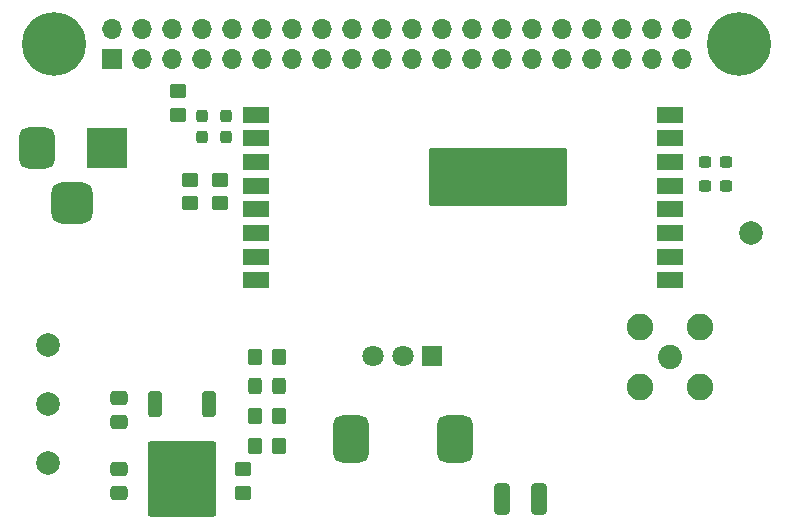
<source format=gts>
G04 #@! TF.GenerationSoftware,KiCad,Pcbnew,7.0.1*
G04 #@! TF.CreationDate,2023-11-13T16:16:05-05:00*
G04 #@! TF.ProjectId,Radio HAT,52616469-6f20-4484-9154-2e6b69636164,v1.1*
G04 #@! TF.SameCoordinates,Original*
G04 #@! TF.FileFunction,Soldermask,Top*
G04 #@! TF.FilePolarity,Negative*
%FSLAX46Y46*%
G04 Gerber Fmt 4.6, Leading zero omitted, Abs format (unit mm)*
G04 Created by KiCad (PCBNEW 7.0.1) date 2023-11-13 16:16:05*
%MOMM*%
%LPD*%
G01*
G04 APERTURE LIST*
G04 Aperture macros list*
%AMRoundRect*
0 Rectangle with rounded corners*
0 $1 Rounding radius*
0 $2 $3 $4 $5 $6 $7 $8 $9 X,Y pos of 4 corners*
0 Add a 4 corners polygon primitive as box body*
4,1,4,$2,$3,$4,$5,$6,$7,$8,$9,$2,$3,0*
0 Add four circle primitives for the rounded corners*
1,1,$1+$1,$2,$3*
1,1,$1+$1,$4,$5*
1,1,$1+$1,$6,$7*
1,1,$1+$1,$8,$9*
0 Add four rect primitives between the rounded corners*
20,1,$1+$1,$2,$3,$4,$5,0*
20,1,$1+$1,$4,$5,$6,$7,0*
20,1,$1+$1,$6,$7,$8,$9,0*
20,1,$1+$1,$8,$9,$2,$3,0*%
G04 Aperture macros list end*
%ADD10RoundRect,0.250000X0.350000X0.450000X-0.350000X0.450000X-0.350000X-0.450000X0.350000X-0.450000X0*%
%ADD11RoundRect,0.250000X-0.400000X-1.075000X0.400000X-1.075000X0.400000X1.075000X-0.400000X1.075000X0*%
%ADD12C,2.000000*%
%ADD13RoundRect,0.250000X0.450000X-0.350000X0.450000X0.350000X-0.450000X0.350000X-0.450000X-0.350000X0*%
%ADD14R,1.800000X1.800000*%
%ADD15C,1.800000*%
%ADD16RoundRect,0.750000X-0.750000X1.250000X-0.750000X-1.250000X0.750000X-1.250000X0.750000X1.250000X0*%
%ADD17RoundRect,0.250000X-0.475000X0.337500X-0.475000X-0.337500X0.475000X-0.337500X0.475000X0.337500X0*%
%ADD18RoundRect,0.237500X-0.237500X0.300000X-0.237500X-0.300000X0.237500X-0.300000X0.237500X0.300000X0*%
%ADD19RoundRect,0.237500X-0.300000X-0.237500X0.300000X-0.237500X0.300000X0.237500X-0.300000X0.237500X0*%
%ADD20RoundRect,0.250000X-0.450000X0.350000X-0.450000X-0.350000X0.450000X-0.350000X0.450000X0.350000X0*%
%ADD21C,2.050000*%
%ADD22C,2.250000*%
%ADD23RoundRect,0.250000X0.475000X-0.337500X0.475000X0.337500X-0.475000X0.337500X-0.475000X-0.337500X0*%
%ADD24C,0.800000*%
%ADD25C,5.400000*%
%ADD26R,1.700000X1.700000*%
%ADD27O,1.700000X1.700000*%
%ADD28RoundRect,0.250000X-0.350000X0.850000X-0.350000X-0.850000X0.350000X-0.850000X0.350000X0.850000X0*%
%ADD29RoundRect,0.249997X-2.650003X2.950003X-2.650003X-2.950003X2.650003X-2.950003X2.650003X2.950003X0*%
%ADD30RoundRect,0.063500X-1.000000X-0.650000X1.000000X-0.650000X1.000000X0.650000X-1.000000X0.650000X0*%
%ADD31RoundRect,0.063500X-5.750000X-2.350000X5.750000X-2.350000X5.750000X2.350000X-5.750000X2.350000X0*%
%ADD32R,3.500000X3.500000*%
%ADD33RoundRect,0.750000X-0.750000X-1.000000X0.750000X-1.000000X0.750000X1.000000X-0.750000X1.000000X0*%
%ADD34RoundRect,0.875000X-0.875000X-0.875000X0.875000X-0.875000X0.875000X0.875000X-0.875000X0.875000X0*%
%ADD35RoundRect,0.250000X0.325000X0.450000X-0.325000X0.450000X-0.325000X-0.450000X0.325000X-0.450000X0*%
%ADD36RoundRect,0.250000X-0.350000X-0.450000X0.350000X-0.450000X0.350000X0.450000X-0.350000X0.450000X0*%
G04 APERTURE END LIST*
D10*
X122500000Y-130000000D03*
X120500000Y-130000000D03*
D11*
X141450000Y-142000000D03*
X144550000Y-142000000D03*
D12*
X103000000Y-139000000D03*
X103000000Y-134000000D03*
D13*
X119500000Y-141500000D03*
X119500000Y-139500000D03*
D14*
X135500000Y-129950000D03*
D15*
X133000000Y-129950000D03*
X130500000Y-129950000D03*
D16*
X137400000Y-136950000D03*
X128600000Y-136950000D03*
D13*
X117500000Y-117000000D03*
X117500000Y-115000000D03*
D17*
X109000000Y-133462500D03*
X109000000Y-135537500D03*
D18*
X116000000Y-109637500D03*
X116000000Y-111362500D03*
D19*
X158637500Y-113500000D03*
X160362500Y-113500000D03*
D20*
X114000000Y-107500000D03*
X114000000Y-109500000D03*
D21*
X155600000Y-130000000D03*
D22*
X153060000Y-127460000D03*
X153060000Y-132540000D03*
X158140000Y-127460000D03*
X158140000Y-132540000D03*
D23*
X109000000Y-141537500D03*
X109000000Y-139462500D03*
D24*
X159475000Y-103500000D03*
X160068109Y-102068109D03*
X160068109Y-104931891D03*
X161500000Y-101475000D03*
D25*
X161500000Y-103500000D03*
D24*
X161500000Y-105525000D03*
X162931891Y-102068109D03*
X162931891Y-104931891D03*
X163525000Y-103500000D03*
D26*
X108400000Y-104790000D03*
D27*
X108400000Y-102250000D03*
X110940000Y-104790000D03*
X110940000Y-102250000D03*
X113480000Y-104790000D03*
X113480000Y-102250000D03*
X116020000Y-104790000D03*
X116020000Y-102250000D03*
X118560000Y-104790000D03*
X118560000Y-102250000D03*
X121100000Y-104790000D03*
X121100000Y-102250000D03*
X123640000Y-104790000D03*
X123640000Y-102250000D03*
X126180000Y-104790000D03*
X126180000Y-102250000D03*
X128720000Y-104790000D03*
X128720000Y-102250000D03*
X131260000Y-104790000D03*
X131260000Y-102250000D03*
X133800000Y-104790000D03*
X133800000Y-102250000D03*
X136340000Y-104790000D03*
X136340000Y-102250000D03*
X138880000Y-104790000D03*
X138880000Y-102250000D03*
X141420000Y-104790000D03*
X141420000Y-102250000D03*
X143960000Y-104790000D03*
X143960000Y-102250000D03*
X146500000Y-104790000D03*
X146500000Y-102250000D03*
X149040000Y-104790000D03*
X149040000Y-102250000D03*
X151580000Y-104790000D03*
X151580000Y-102250000D03*
X154120000Y-104790000D03*
X154120000Y-102250000D03*
X156660000Y-104790000D03*
X156660000Y-102250000D03*
D28*
X116560000Y-134000000D03*
D29*
X114280000Y-140300000D03*
D28*
X112000000Y-134000000D03*
D13*
X115000000Y-117000000D03*
X115000000Y-115000000D03*
D30*
X155600000Y-123500000D03*
X155600000Y-121500000D03*
X155600000Y-119500000D03*
X155600000Y-117500000D03*
X155600000Y-115500000D03*
X155600000Y-113500000D03*
X155600000Y-111500000D03*
X155600000Y-109500000D03*
X120600000Y-109500000D03*
X120600000Y-111500000D03*
X120600000Y-113500000D03*
X120600000Y-115500000D03*
X120600000Y-117500000D03*
X120600000Y-119500000D03*
X120600000Y-121500000D03*
X120600000Y-123500000D03*
D31*
X141032500Y-114750000D03*
D12*
X162500000Y-119500000D03*
D32*
X108000000Y-112300000D03*
D33*
X102000000Y-112300000D03*
D34*
X105000000Y-117000000D03*
D35*
X122525000Y-132500000D03*
X120475000Y-132500000D03*
D19*
X158637500Y-115500000D03*
X160362500Y-115500000D03*
D36*
X120500000Y-135000000D03*
X122500000Y-135000000D03*
X120500000Y-137500000D03*
X122500000Y-137500000D03*
D18*
X118000000Y-109637500D03*
X118000000Y-111362500D03*
D12*
X103000000Y-129000000D03*
D24*
X101475000Y-103500000D03*
X102068109Y-102068109D03*
X102068109Y-104931891D03*
X103500000Y-101475000D03*
D25*
X103500000Y-103500000D03*
D24*
X103500000Y-105525000D03*
X104931891Y-102068109D03*
X104931891Y-104931891D03*
X105525000Y-103500000D03*
M02*

</source>
